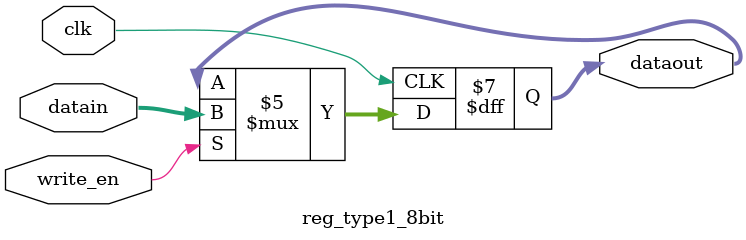
<source format=v>
module reg_type1_8bit(input clk, 
							 input write_en,
							 input [7:0]datain,
							 
							 output reg [7:0]dataout = 8'd0);


	always @ (posedge clk)
		begin
			if (write_en == 1)
				dataout <= datain; 
			else
				dataout <= dataout;
		end

endmodule 
</source>
